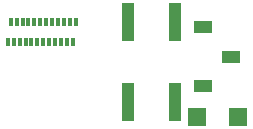
<source format=gbr>
G04 EAGLE Gerber RS-274X export*
G75*
%MOMM*%
%FSLAX34Y34*%
%LPD*%
%INSolderpaste Top*%
%IPPOS*%
%AMOC8*
5,1,8,0,0,1.08239X$1,22.5*%
G01*
%ADD10R,0.300000X0.700000*%
%ADD11R,1.500000X1.500000*%
%ADD12R,1.600000X1.000000*%
%ADD13R,1.000000X3.200000*%


D10*
X38100Y88900D03*
X43100Y88900D03*
X48100Y88900D03*
X53100Y88900D03*
X58100Y88900D03*
X63100Y88900D03*
X68100Y88900D03*
X73100Y88900D03*
X78100Y88900D03*
X83100Y88900D03*
X88100Y88900D03*
X93100Y88900D03*
X40600Y105900D03*
X45600Y105900D03*
X50600Y105900D03*
X55600Y105900D03*
X60600Y105900D03*
X65600Y105900D03*
X70600Y105900D03*
X75600Y105900D03*
X80600Y105900D03*
X85600Y105900D03*
X90600Y105900D03*
X95600Y105900D03*
D11*
X233400Y25400D03*
X198400Y25400D03*
D12*
X203200Y101600D03*
X227200Y76600D03*
X203200Y51600D03*
D13*
X139700Y38100D03*
X179700Y38100D03*
X139700Y106100D03*
X179700Y106100D03*
M02*

</source>
